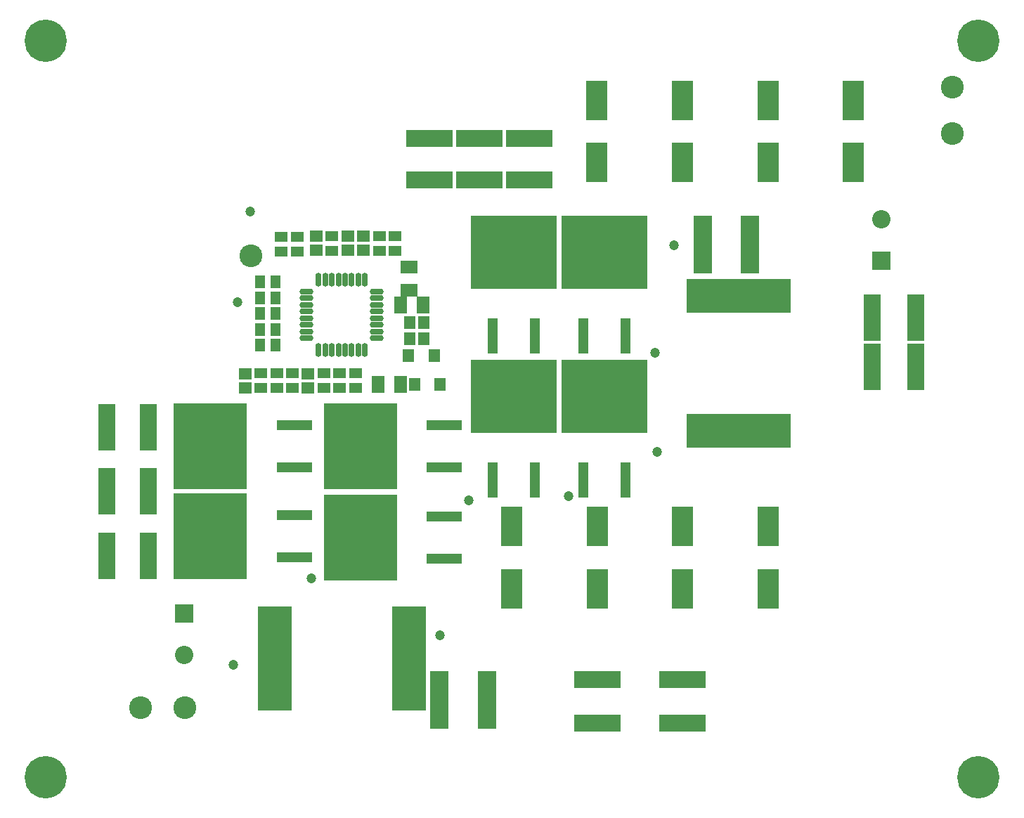
<source format=gts>
G04*
G04 #@! TF.GenerationSoftware,Altium Limited,Altium Designer,21.6.4 (81)*
G04*
G04 Layer_Color=8388736*
%FSLAX25Y25*%
%MOIN*%
G70*
G04*
G04 #@! TF.SameCoordinates,9BFF0DD7-AB89-4675-BB4A-08C2DD0039C6*
G04*
G04*
G04 #@! TF.FilePolarity,Negative*
G04*
G01*
G75*
%ADD36C,0.04737*%
%ADD37R,0.40564X0.35052*%
%ADD38R,0.04540X0.16942*%
%ADD39R,0.22257X0.08280*%
%ADD40R,0.49304X0.15859*%
%ADD41R,0.35052X0.40564*%
%ADD42R,0.16942X0.04540*%
%ADD43R,0.07887X0.06115*%
%ADD44R,0.05328X0.05918*%
%ADD45R,0.05524X0.06312*%
%ADD46R,0.09855X0.18713*%
%ADD47R,0.22453X0.08477*%
%ADD48R,0.08674X0.27178*%
%ADD49R,0.15859X0.49304*%
%ADD50R,0.08477X0.22453*%
%ADD51R,0.08280X0.22257*%
%ADD52O,0.06509X0.02965*%
%ADD53O,0.02965X0.06509*%
%ADD54R,0.04737X0.06115*%
%ADD55R,0.06115X0.04737*%
%ADD56R,0.06312X0.05524*%
%ADD57R,0.06115X0.07887*%
%ADD58R,0.08674X0.08674*%
%ADD59C,0.08674*%
%ADD60C,0.10800*%
%ADD61C,0.20079*%
D36*
X13000Y545000D02*
D03*
X4000Y494000D02*
D03*
X-37000Y426000D02*
D03*
X-188000Y561000D02*
D03*
X-98000Y360000D02*
D03*
X-159000Y387000D02*
D03*
X-196000Y346000D02*
D03*
X-84176Y423829D02*
D03*
X-194000Y518000D02*
D03*
X5000Y447000D02*
D03*
D37*
X-19800Y541664D02*
D03*
X-62900D02*
D03*
X-19800Y473354D02*
D03*
X-62900D02*
D03*
D38*
X-9800Y501900D02*
D03*
X-29800D02*
D03*
X-52900D02*
D03*
X-72900D02*
D03*
X-9800Y433591D02*
D03*
X-29800D02*
D03*
X-52900D02*
D03*
X-72900D02*
D03*
D39*
X-79200Y575759D02*
D03*
Y595641D02*
D03*
X-102800Y575759D02*
D03*
Y595641D02*
D03*
X-55600Y575759D02*
D03*
Y595641D02*
D03*
D40*
X43700Y456900D02*
D03*
Y520817D02*
D03*
D41*
X-206854Y449500D02*
D03*
X-206864Y407000D02*
D03*
X-135700Y406200D02*
D03*
Y449500D02*
D03*
D42*
X-167091Y459500D02*
D03*
Y439500D02*
D03*
X-167100Y397000D02*
D03*
Y417000D02*
D03*
X-95936Y416200D02*
D03*
Y396200D02*
D03*
Y459500D02*
D03*
Y439500D02*
D03*
D43*
X-112623Y534427D02*
D03*
Y523600D02*
D03*
D44*
X-110102Y478800D02*
D03*
X-97898D02*
D03*
X-112902Y492400D02*
D03*
X-100698D02*
D03*
D45*
X-105454Y508200D02*
D03*
X-112146D02*
D03*
X-112293Y500700D02*
D03*
X-105600D02*
D03*
D46*
X98200Y584136D02*
D03*
Y613664D02*
D03*
X-23400Y381972D02*
D03*
Y411500D02*
D03*
X17100Y613664D02*
D03*
Y584136D02*
D03*
X-23500Y613664D02*
D03*
Y584136D02*
D03*
X57700Y613664D02*
D03*
Y584136D02*
D03*
X-63900Y381972D02*
D03*
Y411500D02*
D03*
X17200Y381972D02*
D03*
Y411500D02*
D03*
X57800Y381972D02*
D03*
Y411500D02*
D03*
D47*
X17200Y318241D02*
D03*
Y338910D02*
D03*
X-23400D02*
D03*
Y318241D02*
D03*
D48*
X49020Y545200D02*
D03*
X26579D02*
D03*
X-98120Y329200D02*
D03*
X-75679D02*
D03*
D49*
X-176359Y348800D02*
D03*
X-112441D02*
D03*
D50*
X107009Y487100D02*
D03*
X127678D02*
D03*
Y510700D02*
D03*
X107009D02*
D03*
D51*
X-256041Y458653D02*
D03*
X-236159D02*
D03*
X-256041Y397459D02*
D03*
X-236159D02*
D03*
X-256041Y428056D02*
D03*
X-236159D02*
D03*
D52*
X-161134Y507176D02*
D03*
X-127866Y513475D02*
D03*
X-161134Y522924D02*
D03*
X-127866Y507176D02*
D03*
Y510325D02*
D03*
Y516624D02*
D03*
Y522924D02*
D03*
Y500876D02*
D03*
Y519774D02*
D03*
Y504026D02*
D03*
X-161134Y500876D02*
D03*
Y504026D02*
D03*
Y510325D02*
D03*
Y519774D02*
D03*
Y516624D02*
D03*
Y513475D02*
D03*
D53*
X-155524Y495266D02*
D03*
X-152374D02*
D03*
X-133476D02*
D03*
Y528534D02*
D03*
X-155524D02*
D03*
X-146075Y495266D02*
D03*
X-149224Y528534D02*
D03*
X-146075D02*
D03*
X-136626D02*
D03*
Y495266D02*
D03*
X-152374Y528534D02*
D03*
X-139776D02*
D03*
Y495266D02*
D03*
X-142925D02*
D03*
X-149224D02*
D03*
X-142925Y528534D02*
D03*
D54*
X-183143Y497500D02*
D03*
X-176057D02*
D03*
Y505000D02*
D03*
X-183143D02*
D03*
X-176057Y512500D02*
D03*
X-183143D02*
D03*
X-183143Y520000D02*
D03*
X-176057D02*
D03*
X-176057Y527500D02*
D03*
X-183143D02*
D03*
D55*
X-119200Y549143D02*
D03*
Y542057D02*
D03*
X-126700D02*
D03*
Y549143D02*
D03*
X-149200D02*
D03*
Y542057D02*
D03*
X-165600Y549043D02*
D03*
Y541957D02*
D03*
X-173200D02*
D03*
Y549043D02*
D03*
X-182900Y484175D02*
D03*
Y477088D02*
D03*
X-175400D02*
D03*
Y484175D02*
D03*
X-168000D02*
D03*
Y477088D02*
D03*
X-153000D02*
D03*
X-138000Y484143D02*
D03*
X-145500Y484175D02*
D03*
X-153000D02*
D03*
X-145500Y477088D02*
D03*
X-138000Y477057D02*
D03*
D56*
X-134200Y542450D02*
D03*
Y549143D02*
D03*
X-141700D02*
D03*
Y542450D02*
D03*
X-156700D02*
D03*
Y549143D02*
D03*
X-190400Y477088D02*
D03*
Y483781D02*
D03*
X-160500Y477088D02*
D03*
Y483781D02*
D03*
D57*
X-127313Y478800D02*
D03*
X-116487D02*
D03*
X-105787Y516500D02*
D03*
X-116613D02*
D03*
D58*
X111500Y537458D02*
D03*
X-219214Y370342D02*
D03*
D59*
X111500Y557142D02*
D03*
X-219214Y350658D02*
D03*
D60*
X-187500Y540000D02*
D03*
X145000Y620000D02*
D03*
Y598000D02*
D03*
X-219000Y325500D02*
D03*
X-240000D02*
D03*
D61*
X-285000Y642000D02*
D03*
Y292500D02*
D03*
X157500Y642000D02*
D03*
Y292500D02*
D03*
M02*

</source>
